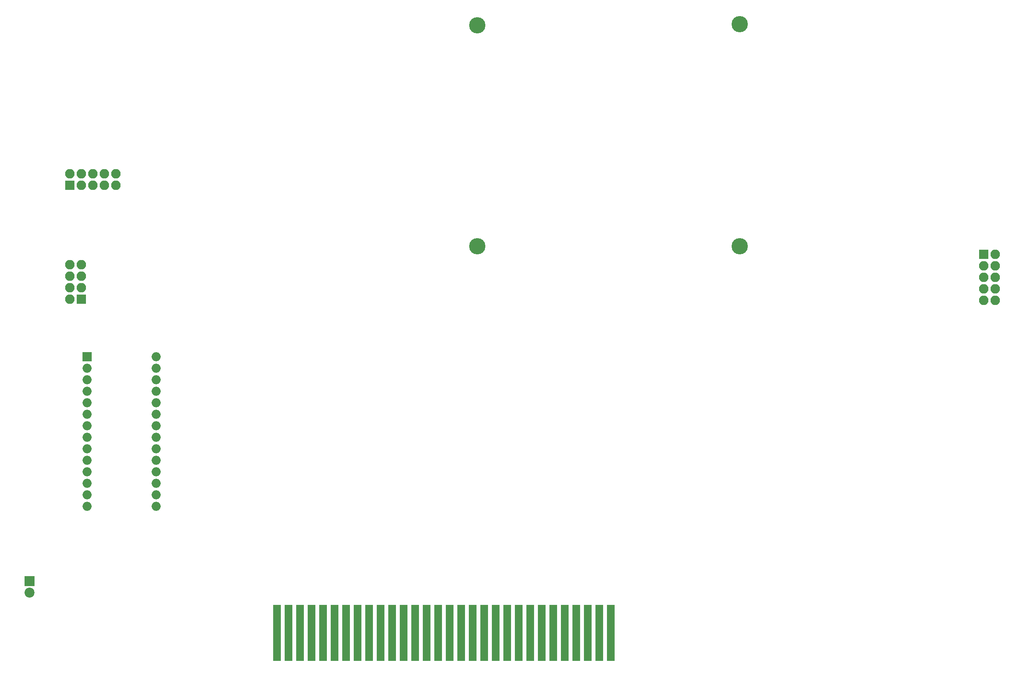
<source format=gbr>
%TF.GenerationSoftware,KiCad,Pcbnew,4.0.7-e2-6376~61~ubuntu18.04.1*%
%TF.CreationDate,2018-07-10T18:24:55-07:00*%
%TF.ProjectId,tipi-peb,746970692D7065622E6B696361645F70,rev?*%
%TF.FileFunction,Soldermask,Bot*%
%FSLAX46Y46*%
G04 Gerber Fmt 4.6, Leading zero omitted, Abs format (unit mm)*
G04 Created by KiCad (PCBNEW 4.0.7-e2-6376~61~ubuntu18.04.1) date Tue Jul 10 18:24:55 2018*
%MOMM*%
%LPD*%
G01*
G04 APERTURE LIST*
%ADD10C,0.150000*%
%ADD11C,3.600000*%
%ADD12R,2.100000X2.100000*%
%ADD13O,2.100000X2.100000*%
%ADD14R,2.200000X2.200000*%
%ADD15C,2.200000*%
%ADD16R,1.800000X12.400000*%
%ADD17R,2.000000X2.000000*%
%ADD18O,2.000000X2.000000*%
G04 APERTURE END LIST*
D10*
D11*
X138176000Y-78740000D03*
X196088000Y-78740000D03*
X138176000Y-29972000D03*
D12*
X50800000Y-90424000D03*
D13*
X48260000Y-90424000D03*
X50800000Y-87884000D03*
X48260000Y-87884000D03*
X50800000Y-85344000D03*
X48260000Y-85344000D03*
X50800000Y-82804000D03*
X48260000Y-82804000D03*
D14*
X39370000Y-152654000D03*
D15*
X39370000Y-155194000D03*
D16*
X162560000Y-164084000D03*
X167640000Y-164084000D03*
X165100000Y-164084000D03*
X160020000Y-164084000D03*
X157480000Y-164084000D03*
X154940000Y-164084000D03*
X152400000Y-164084000D03*
X149860000Y-164084000D03*
X147320000Y-164084000D03*
X144780000Y-164084000D03*
X142240000Y-164084000D03*
X139700000Y-164084000D03*
X137160000Y-164084000D03*
X134620000Y-164084000D03*
X132080000Y-164084000D03*
X129540000Y-164084000D03*
X127000000Y-164084000D03*
X124460000Y-164084000D03*
X121920000Y-164084000D03*
X119380000Y-164084000D03*
X116840000Y-164084000D03*
X114300000Y-164084000D03*
X111760000Y-164084000D03*
X109220000Y-164084000D03*
X106680000Y-164084000D03*
X104140000Y-164084000D03*
X101600000Y-164084000D03*
X99060000Y-164084000D03*
X96520000Y-164084000D03*
X93980000Y-164084000D03*
D12*
X48260000Y-65278000D03*
D13*
X48260000Y-62738000D03*
X50800000Y-65278000D03*
X50800000Y-62738000D03*
X53340000Y-65278000D03*
X53340000Y-62738000D03*
X55880000Y-65278000D03*
X55880000Y-62738000D03*
X58420000Y-65278000D03*
X58420000Y-62738000D03*
D12*
X249936000Y-80518000D03*
D13*
X252476000Y-80518000D03*
X249936000Y-83058000D03*
X252476000Y-83058000D03*
X249936000Y-85598000D03*
X252476000Y-85598000D03*
X249936000Y-88138000D03*
X252476000Y-88138000D03*
X249936000Y-90678000D03*
X252476000Y-90678000D03*
D17*
X52070000Y-103124000D03*
D18*
X67310000Y-136144000D03*
X52070000Y-105664000D03*
X67310000Y-133604000D03*
X52070000Y-108204000D03*
X67310000Y-131064000D03*
X52070000Y-110744000D03*
X67310000Y-128524000D03*
X52070000Y-113284000D03*
X67310000Y-125984000D03*
X52070000Y-115824000D03*
X67310000Y-123444000D03*
X52070000Y-118364000D03*
X67310000Y-120904000D03*
X52070000Y-120904000D03*
X67310000Y-118364000D03*
X52070000Y-123444000D03*
X67310000Y-115824000D03*
X52070000Y-125984000D03*
X67310000Y-113284000D03*
X52070000Y-128524000D03*
X67310000Y-110744000D03*
X52070000Y-131064000D03*
X67310000Y-108204000D03*
X52070000Y-133604000D03*
X67310000Y-105664000D03*
X52070000Y-136144000D03*
X67310000Y-103124000D03*
D11*
X196088000Y-29718000D03*
M02*

</source>
